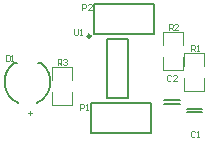
<source format=gto>
G04 Layer_Color=65535*
%FSLAX44Y44*%
%MOMM*%
G71*
G01*
G75*
%ADD18C,0.2500*%
%ADD19C,0.1500*%
%ADD20C,0.2000*%
%ADD21C,0.1000*%
%ADD22C,0.1270*%
D18*
X986900Y863210D02*
G03*
X986900Y863210I-1250J0D01*
G01*
D19*
X922363Y840456D02*
G03*
X926070Y806421I11137J-16006D01*
G01*
X940930D02*
G03*
X944637Y840456I-7430J18029D01*
G01*
X922367Y840450D02*
X924500D01*
X942500D02*
X944633D01*
D20*
X989900Y864800D02*
X1040700D01*
Y890200D01*
X989900D02*
X1040700D01*
X989900Y864800D02*
Y890200D01*
X1000650Y810660D02*
Y860660D01*
X1018650Y810660D02*
Y860660D01*
X1000650D02*
X1018650D01*
X1000650Y810660D02*
X1018650D01*
X986900Y781050D02*
X1037700D01*
Y806450D01*
X986900D02*
X1037700D01*
X986900Y781050D02*
Y806450D01*
D21*
X971250Y805060D02*
Y816060D01*
Y826060D02*
Y837060D01*
X954250Y826060D02*
Y837060D01*
Y805060D02*
Y816060D01*
Y805060D02*
X971250D01*
X954250Y837060D02*
X971250D01*
X1066250Y838000D02*
Y849000D01*
Y817000D02*
Y828000D01*
X1083250Y817000D02*
Y828000D01*
Y838000D02*
Y849000D01*
X1066250D02*
X1083250D01*
X1066250Y817000D02*
X1083250D01*
X1065140Y834900D02*
Y845900D01*
Y855900D02*
Y866900D01*
X1048140Y855900D02*
Y866900D01*
Y834900D02*
Y845900D01*
Y834900D02*
X1065140D01*
X1048140Y866900D02*
X1065140D01*
X1075082Y781915D02*
X1074249Y782748D01*
X1072583D01*
X1071750Y781915D01*
Y778583D01*
X1072583Y777750D01*
X1074249D01*
X1075082Y778583D01*
X1076748Y777750D02*
X1078415D01*
X1077581D01*
Y782748D01*
X1076748Y781915D01*
X1055332Y829165D02*
X1054499Y829998D01*
X1052833D01*
X1052000Y829165D01*
Y825833D01*
X1052833Y825000D01*
X1054499D01*
X1055332Y825833D01*
X1060331Y825000D02*
X1056998D01*
X1060331Y828332D01*
Y829165D01*
X1059498Y829998D01*
X1057831D01*
X1056998Y829165D01*
X915000Y847248D02*
Y842250D01*
X917499D01*
X918332Y843083D01*
Y846415D01*
X917499Y847248D01*
X915000D01*
X919998Y842250D02*
X921665D01*
X920831D01*
Y847248D01*
X919998Y846415D01*
X978250Y801000D02*
Y805998D01*
X980749D01*
X981582Y805165D01*
Y803499D01*
X980749Y802666D01*
X978250D01*
X983248Y801000D02*
X984914D01*
X984081D01*
Y805998D01*
X983248Y805165D01*
X979750Y885250D02*
Y890248D01*
X982249D01*
X983082Y889415D01*
Y887749D01*
X982249Y886916D01*
X979750D01*
X988081Y885250D02*
X984748D01*
X988081Y888582D01*
Y889415D01*
X987248Y890248D01*
X985581D01*
X984748Y889415D01*
X1071750Y850500D02*
Y855498D01*
X1074249D01*
X1075082Y854665D01*
Y852999D01*
X1074249Y852166D01*
X1071750D01*
X1073416D02*
X1075082Y850500D01*
X1076748D02*
X1078415D01*
X1077581D01*
Y855498D01*
X1076748Y854665D01*
X1053000Y868500D02*
Y873498D01*
X1055499D01*
X1056332Y872665D01*
Y870999D01*
X1055499Y870166D01*
X1053000D01*
X1054666D02*
X1056332Y868500D01*
X1061331D02*
X1057998D01*
X1061331Y871832D01*
Y872665D01*
X1060498Y873498D01*
X1058831D01*
X1057998Y872665D01*
X959000Y838500D02*
Y843498D01*
X961499D01*
X962332Y842665D01*
Y840999D01*
X961499Y840166D01*
X959000D01*
X960666D02*
X962332Y838500D01*
X963998Y842665D02*
X964831Y843498D01*
X966498D01*
X967331Y842665D01*
Y841832D01*
X966498Y840999D01*
X965665D01*
X966498D01*
X967331Y840166D01*
Y839333D01*
X966498Y838500D01*
X964831D01*
X963998Y839333D01*
X972750Y869498D02*
Y865333D01*
X973583Y864500D01*
X975249D01*
X976082Y865333D01*
Y869498D01*
X977748Y864500D02*
X979415D01*
X978581D01*
Y869498D01*
X977748Y868665D01*
X935501Y796750D02*
Y800082D01*
X933835Y798416D02*
X937167D01*
D22*
X1068238Y801746D02*
X1081262D01*
X1068238Y798754D02*
X1081262D01*
X1049488Y808996D02*
X1062512D01*
X1049488Y806004D02*
X1062512D01*
M02*

</source>
